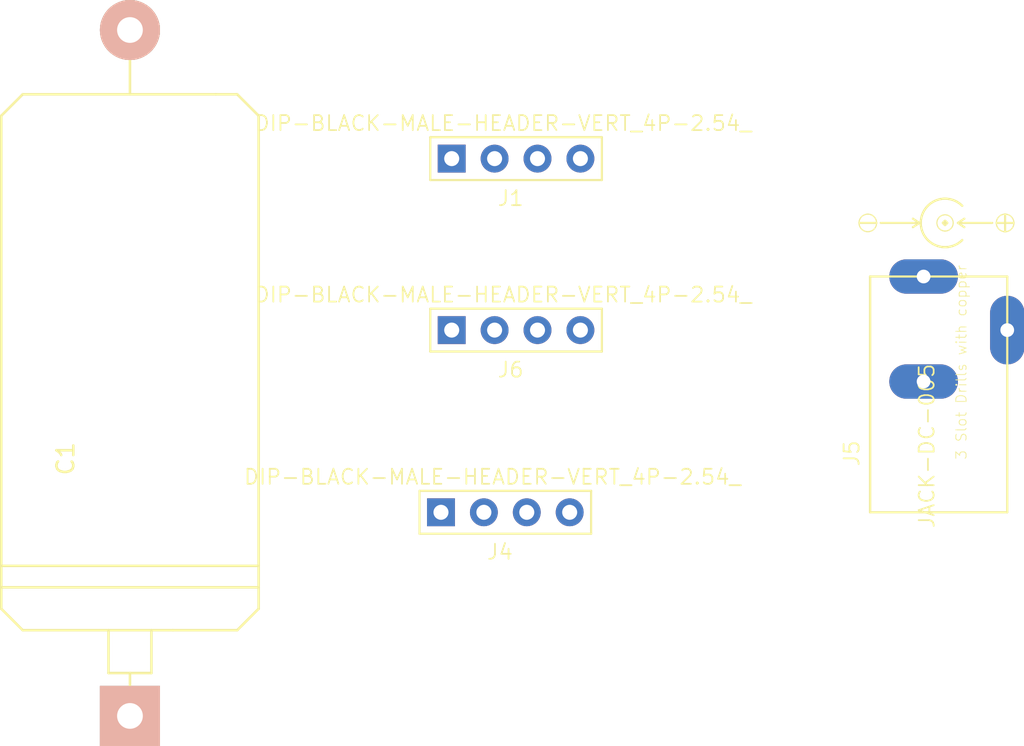
<source format=kicad_pcb>
(kicad_pcb (version 4) (host pcbnew 4.0.5+dfsg1-4)

  (general
    (links 4)
    (no_connects 4)
    (area 97.082 78.307166 177.0475 136.068833)
    (thickness 1.6)
    (drawings 0)
    (tracks 0)
    (zones 0)
    (modules 5)
    (nets 14)
  )

  (page A4)
  (layers
    (0 F.Cu signal)
    (31 B.Cu signal)
    (32 B.Adhes user)
    (33 F.Adhes user)
    (34 B.Paste user)
    (35 F.Paste user)
    (36 B.SilkS user)
    (37 F.SilkS user)
    (38 B.Mask user)
    (39 F.Mask user)
    (40 Dwgs.User user)
    (41 Cmts.User user)
    (42 Eco1.User user)
    (43 Eco2.User user)
    (44 Edge.Cuts user)
    (45 Margin user)
    (46 B.CrtYd user)
    (47 F.CrtYd user)
    (48 B.Fab user)
    (49 F.Fab user)
  )

  (setup
    (last_trace_width 0.25)
    (trace_clearance 0.2)
    (zone_clearance 0.508)
    (zone_45_only no)
    (trace_min 0.2)
    (segment_width 0.2)
    (edge_width 0.15)
    (via_size 0.6)
    (via_drill 0.4)
    (via_min_size 0.4)
    (via_min_drill 0.3)
    (uvia_size 0.3)
    (uvia_drill 0.1)
    (uvias_allowed no)
    (uvia_min_size 0.2)
    (uvia_min_drill 0.1)
    (pcb_text_width 0.3)
    (pcb_text_size 1.5 1.5)
    (mod_edge_width 0.15)
    (mod_text_size 1 1)
    (mod_text_width 0.15)
    (pad_size 1.524 1.524)
    (pad_drill 0.762)
    (pad_to_mask_clearance 0.2)
    (aux_axis_origin 0 0)
    (visible_elements FFFFFF7F)
    (pcbplotparams
      (layerselection 0x00030_80000001)
      (usegerberextensions false)
      (excludeedgelayer true)
      (linewidth 0.100000)
      (plotframeref false)
      (viasonmask false)
      (mode 1)
      (useauxorigin false)
      (hpglpennumber 1)
      (hpglpenspeed 20)
      (hpglpendiameter 15)
      (hpglpenoverlay 2)
      (psnegative false)
      (psa4output false)
      (plotreference true)
      (plotvalue true)
      (plotinvisibletext false)
      (padsonsilk false)
      (subtractmaskfromsilk false)
      (outputformat 1)
      (mirror false)
      (drillshape 1)
      (scaleselection 1)
      (outputdirectory ""))
  )

  (net 0 "")
  (net 1 "Net-(C1-Pad1)")
  (net 2 "Net-(C1-Pad2)")
  (net 3 "Net-(J1-Pad1)")
  (net 4 "Net-(J1-Pad2)")
  (net 5 "Net-(J1-Pad3)")
  (net 6 "Net-(J1-Pad4)")
  (net 7 "Net-(J4-Pad1)")
  (net 8 "Net-(J4-Pad2)")
  (net 9 "Net-(J4-Pad3)")
  (net 10 "Net-(J4-Pad4)")
  (net 11 "Net-(J5-Pad+)")
  (net 12 "Net-(J5-Pad-1)")
  (net 13 "Net-(J5-Pad-2)")

  (net_class Default "This is the default net class."
    (clearance 0.2)
    (trace_width 0.25)
    (via_dia 0.6)
    (via_drill 0.4)
    (uvia_dia 0.3)
    (uvia_drill 0.1)
    (add_net "Net-(C1-Pad1)")
    (add_net "Net-(C1-Pad2)")
    (add_net "Net-(J1-Pad1)")
    (add_net "Net-(J1-Pad2)")
    (add_net "Net-(J1-Pad3)")
    (add_net "Net-(J1-Pad4)")
    (add_net "Net-(J4-Pad1)")
    (add_net "Net-(J4-Pad2)")
    (add_net "Net-(J4-Pad3)")
    (add_net "Net-(J4-Pad4)")
    (add_net "Net-(J5-Pad+)")
    (add_net "Net-(J5-Pad-1)")
    (add_net "Net-(J5-Pad-2)")
  )

  (module Discret:CP16 (layer F.Cu) (tedit 0) (tstamp 5AABCC4E)
    (at 120.015 64.135 90)
    (descr "Condensateur polarise")
    (tags CP)
    (path /5AAB4BC5)
    (fp_text reference C1 (at -5.08 -3.81 90) (layer F.SilkS)
      (effects (font (size 1 1) (thickness 0.15)))
    )
    (fp_text value CP (at 3.81 2.54 90) (layer F.Fab)
      (effects (font (size 1 1) (thickness 0.15)))
    )
    (fp_line (start -15.24 2.54) (end -15.24 -6.35) (layer F.SilkS) (width 0.15))
    (fp_line (start 16.51 5.08) (end 16.51 -6.35) (layer F.SilkS) (width 0.15))
    (fp_line (start 16.51 -6.35) (end 15.24 -7.62) (layer F.SilkS) (width 0.15))
    (fp_line (start 15.24 -7.62) (end -13.97 -7.62) (layer F.SilkS) (width 0.15))
    (fp_line (start 16.51 5.08) (end 16.51 6.35) (layer F.SilkS) (width 0.15))
    (fp_line (start 16.51 6.35) (end 15.24 7.62) (layer F.SilkS) (width 0.15))
    (fp_line (start 15.24 7.62) (end -13.97 7.62) (layer F.SilkS) (width 0.15))
    (fp_line (start -13.97 7.62) (end -15.24 6.35) (layer F.SilkS) (width 0.15))
    (fp_line (start -15.24 6.35) (end -15.24 2.54) (layer F.SilkS) (width 0.15))
    (fp_line (start -17.78 0) (end -20.32 0) (layer F.SilkS) (width 0.15))
    (fp_line (start 20.32 0) (end 16.51 0) (layer F.SilkS) (width 0.15))
    (fp_line (start -12.7 7.62) (end -12.7 -7.62) (layer F.SilkS) (width 0.15))
    (fp_line (start -11.43 7.62) (end -11.43 -7.62) (layer F.SilkS) (width 0.15))
    (fp_line (start -15.24 -1.27) (end -17.78 -1.27) (layer F.SilkS) (width 0.15))
    (fp_line (start -17.78 -1.27) (end -17.78 1.27) (layer F.SilkS) (width 0.15))
    (fp_line (start -17.78 1.27) (end -15.24 1.27) (layer F.SilkS) (width 0.15))
    (fp_line (start -15.24 -6.35) (end -13.97 -7.62) (layer F.SilkS) (width 0.15))
    (pad 1 thru_hole rect (at -20.32 0 90) (size 3.556 3.556) (drill 1.524) (layers *.Cu *.SilkS *.Mask)
      (net 1 "Net-(C1-Pad1)"))
    (pad 2 thru_hole circle (at 20.32 0 90) (size 3.556 3.556) (drill 1.524) (layers *.Cu *.SilkS *.Mask)
      (net 2 "Net-(C1-Pad2)"))
    (model Discret.3dshapes/CP16.wrl
      (at (xyz 0 0 0))
      (scale (xyz 1.6 1.6 1.6))
      (rotate (xyz 0 0 0))
    )
  )

  (module SeeedOPL-Connector-2016:H4-2.54 (layer F.Cu) (tedit 200000) (tstamp 5AABCC56)
    (at 142.875 51.435 90)
    (path /5AAB3FE0)
    (attr virtual)
    (fp_text reference J1 (at -2.3495 -0.3175 180) (layer F.SilkS)
      (effects (font (size 0.889 0.889) (thickness 0.1016)))
    )
    (fp_text value DIP-BLACK-MALE-HEADER-VERT_4P-2.54_ (at 2.0955 -0.762 180) (layer F.SilkS)
      (effects (font (size 0.889 0.889) (thickness 0.1016)))
    )
    (fp_line (start -1.27 5.08) (end 1.27 5.08) (layer F.SilkS) (width 0.06604))
    (fp_line (start 1.27 5.08) (end 1.27 -5.08) (layer F.SilkS) (width 0.06604))
    (fp_line (start -1.27 -5.08) (end 1.27 -5.08) (layer F.SilkS) (width 0.06604))
    (fp_line (start -1.27 5.08) (end -1.27 -5.08) (layer F.SilkS) (width 0.06604))
    (fp_line (start -1.27 -5.08) (end 1.27 -5.08) (layer F.SilkS) (width 0.127))
    (fp_line (start 1.27 -5.08) (end 1.27 5.08) (layer F.SilkS) (width 0.127))
    (fp_line (start 1.27 5.08) (end -1.27 5.08) (layer F.SilkS) (width 0.127))
    (fp_line (start -1.27 5.08) (end -1.27 -5.08) (layer F.SilkS) (width 0.127))
    (fp_line (start -1.27 -5.08) (end 1.27 -5.08) (layer F.SilkS) (width 0))
    (fp_line (start 1.27 -5.08) (end 1.27 5.08) (layer F.SilkS) (width 0))
    (fp_line (start 1.27 5.08) (end -1.27 5.08) (layer F.SilkS) (width 0))
    (fp_line (start -1.27 5.08) (end -1.27 -5.08) (layer F.SilkS) (width 0))
    (pad 1 thru_hole rect (at 0 -3.81 90) (size 1.651 1.651) (drill 0.889) (layers *.Cu *.Paste *.Mask)
      (net 3 "Net-(J1-Pad1)"))
    (pad 2 thru_hole circle (at 0 -1.27 90) (size 1.651 1.651) (drill 0.889) (layers *.Cu *.Paste *.Mask)
      (net 4 "Net-(J1-Pad2)"))
    (pad 3 thru_hole circle (at 0 1.27 90) (size 1.651 1.651) (drill 0.889) (layers *.Cu *.Paste *.Mask)
      (net 5 "Net-(J1-Pad3)"))
    (pad 4 thru_hole circle (at 0 3.81 90) (size 1.651 1.651) (drill 0.889) (layers *.Cu *.Paste *.Mask)
      (net 6 "Net-(J1-Pad4)"))
  )

  (module SeeedOPL-Connector-2016:H4-2.54 (layer F.Cu) (tedit 200000) (tstamp 5AABCC6E)
    (at 142.24 72.39 90)
    (path /5AAB4893)
    (attr virtual)
    (fp_text reference J4 (at -2.3495 -0.3175 180) (layer F.SilkS)
      (effects (font (size 0.889 0.889) (thickness 0.1016)))
    )
    (fp_text value DIP-BLACK-MALE-HEADER-VERT_4P-2.54_ (at 2.0955 -0.762 180) (layer F.SilkS)
      (effects (font (size 0.889 0.889) (thickness 0.1016)))
    )
    (fp_line (start -1.27 5.08) (end 1.27 5.08) (layer F.SilkS) (width 0.06604))
    (fp_line (start 1.27 5.08) (end 1.27 -5.08) (layer F.SilkS) (width 0.06604))
    (fp_line (start -1.27 -5.08) (end 1.27 -5.08) (layer F.SilkS) (width 0.06604))
    (fp_line (start -1.27 5.08) (end -1.27 -5.08) (layer F.SilkS) (width 0.06604))
    (fp_line (start -1.27 -5.08) (end 1.27 -5.08) (layer F.SilkS) (width 0.127))
    (fp_line (start 1.27 -5.08) (end 1.27 5.08) (layer F.SilkS) (width 0.127))
    (fp_line (start 1.27 5.08) (end -1.27 5.08) (layer F.SilkS) (width 0.127))
    (fp_line (start -1.27 5.08) (end -1.27 -5.08) (layer F.SilkS) (width 0.127))
    (fp_line (start -1.27 -5.08) (end 1.27 -5.08) (layer F.SilkS) (width 0))
    (fp_line (start 1.27 -5.08) (end 1.27 5.08) (layer F.SilkS) (width 0))
    (fp_line (start 1.27 5.08) (end -1.27 5.08) (layer F.SilkS) (width 0))
    (fp_line (start -1.27 5.08) (end -1.27 -5.08) (layer F.SilkS) (width 0))
    (pad 1 thru_hole rect (at 0 -3.81 90) (size 1.651 1.651) (drill 0.889) (layers *.Cu *.Paste *.Mask)
      (net 7 "Net-(J4-Pad1)"))
    (pad 2 thru_hole circle (at 0 -1.27 90) (size 1.651 1.651) (drill 0.889) (layers *.Cu *.Paste *.Mask)
      (net 8 "Net-(J4-Pad2)"))
    (pad 3 thru_hole circle (at 0 1.27 90) (size 1.651 1.651) (drill 0.889) (layers *.Cu *.Paste *.Mask)
      (net 9 "Net-(J4-Pad3)"))
    (pad 4 thru_hole circle (at 0 3.81 90) (size 1.651 1.651) (drill 0.889) (layers *.Cu *.Paste *.Mask)
      (net 10 "Net-(J4-Pad4)"))
  )

  (module SeeedOPL-Connector-2016:3P-L14.2_W11.0_H9.0MM (layer F.Cu) (tedit 200000) (tstamp 5AABCC75)
    (at 167.005 61.595 90)
    (path /5AAB40C8)
    (attr virtual)
    (fp_text reference J5 (at -7.3025 -4.2545 90) (layer F.SilkS)
      (effects (font (size 0.889 0.889) (thickness 0.1016)))
    )
    (fp_text value JACK-DC-005 (at -6.858 0.1905 90) (layer F.SilkS)
      (effects (font (size 0.889 0.889) (thickness 0.1016)))
    )
    (fp_line (start -10.7696 4.93776) (end 3.16992 4.93776) (layer F.SilkS) (width 0.06604))
    (fp_line (start 3.16992 4.93776) (end 3.16992 -3.12928) (layer F.SilkS) (width 0.06604))
    (fp_line (start -10.7696 -3.12928) (end 3.16992 -3.12928) (layer F.SilkS) (width 0.06604))
    (fp_line (start -10.7696 4.93776) (end -10.7696 -3.12928) (layer F.SilkS) (width 0.06604))
    (fp_line (start -10.795 -3.175) (end 3.175 -3.175) (layer F.SilkS) (width 0.127))
    (fp_line (start 3.175 -3.175) (end 3.175 4.953) (layer F.SilkS) (width 0.127))
    (fp_line (start 3.175 4.953) (end -10.795 4.953) (layer F.SilkS) (width 0.127))
    (fp_line (start -10.795 4.953) (end -10.795 -3.175) (layer F.SilkS) (width 0.127))
    (fp_line (start -10.795 -3.175) (end 3.175 -3.175) (layer F.SilkS) (width 0))
    (fp_line (start 3.175 -3.175) (end 3.175 4.953) (layer F.SilkS) (width 0))
    (fp_line (start 3.175 4.953) (end -10.795 4.953) (layer F.SilkS) (width 0))
    (fp_line (start -10.795 4.953) (end -10.795 -3.175) (layer F.SilkS) (width 0))
    (fp_line (start 6.35 2.032) (end 6.35 4.064) (layer F.SilkS) (width 0.127))
    (fp_line (start 6.35 2.032) (end 6.604 2.413) (layer F.SilkS) (width 0.127))
    (fp_line (start 6.35 2.032) (end 6.096 2.413) (layer F.SilkS) (width 0.127))
    (fp_line (start 6.35 1.397) (end 6.35 1.143) (layer F.SilkS) (width 0.127))
    (fp_line (start 6.35 1.143) (end 6.223 1.27) (layer F.SilkS) (width 0.127))
    (fp_line (start 6.223 1.27) (end 6.35 1.397) (layer F.SilkS) (width 0.127))
    (fp_line (start 6.35 1.397) (end 6.477 1.27) (layer F.SilkS) (width 0.127))
    (fp_line (start 6.477 1.27) (end 6.35 1.143) (layer F.SilkS) (width 0.127))
    (fp_line (start 6.35 -0.254) (end 6.35 -2.54) (layer F.SilkS) (width 0.127))
    (fp_line (start 6.35 -0.254) (end 6.604 -0.635) (layer F.SilkS) (width 0.127))
    (fp_line (start 6.35 -0.254) (end 6.096 -0.635) (layer F.SilkS) (width 0.127))
    (fp_line (start 6.35 5.334) (end 6.35 4.318) (layer F.SilkS) (width 0.127))
    (fp_line (start 5.842 4.826) (end 6.858 4.826) (layer F.SilkS) (width 0.127))
    (fp_line (start 6.35 -2.794) (end 6.35 -3.81) (layer F.SilkS) (width 0.127))
    (fp_line (start 0 1.905) (end 0 0) (layer Dwgs.User) (width 0.127))
    (fp_line (start 0 0) (end -1.778 0) (layer Dwgs.User) (width 0.127))
    (fp_line (start -1.778 0) (end -1.27 -0.254) (layer Dwgs.User) (width 0.127))
    (fp_line (start -1.778 0) (end -1.27 0.254) (layer Dwgs.User) (width 0.127))
    (fp_line (start 0 0) (end 1.905 0) (layer Dwgs.User) (width 0.127))
    (fp_line (start 1.905 0) (end 1.397 -0.254) (layer Dwgs.User) (width 0.127))
    (fp_line (start 1.905 0) (end 1.397 0.254) (layer Dwgs.User) (width 0.127))
    (fp_line (start 0 2.667) (end 0 3.683) (layer Dwgs.User) (width 0.127))
    (fp_line (start 0 3.683) (end -0.254 3.175) (layer Dwgs.User) (width 0.127))
    (fp_line (start 0 3.683) (end 0.254 3.175) (layer Dwgs.User) (width 0.127))
    (fp_line (start -3.048 1.397) (end -3.1369 1.3843) (layer Dwgs.User) (width 0))
    (fp_line (start -3.1369 1.3843) (end -3.22326 1.35636) (layer Dwgs.User) (width 0))
    (fp_line (start -3.22326 1.35636) (end -3.29946 1.3081) (layer Dwgs.User) (width 0))
    (fp_line (start -3.29946 1.3081) (end -3.3655 1.24206) (layer Dwgs.User) (width 0))
    (fp_line (start -3.3655 1.24206) (end -3.41376 1.16586) (layer Dwgs.User) (width 0))
    (fp_line (start -3.41376 1.16586) (end -3.4417 1.0795) (layer Dwgs.User) (width 0))
    (fp_line (start -3.4417 1.0795) (end -3.4544 0.9906) (layer Dwgs.User) (width 0))
    (fp_line (start -3.4544 0.9906) (end -3.4544 -0.9906) (layer Dwgs.User) (width 0))
    (fp_line (start -3.4544 -0.9906) (end -3.4417 -1.0795) (layer Dwgs.User) (width 0))
    (fp_line (start -3.4417 -1.0795) (end -3.41376 -1.16586) (layer Dwgs.User) (width 0))
    (fp_line (start -3.41376 -1.16586) (end -3.3655 -1.24206) (layer Dwgs.User) (width 0))
    (fp_line (start -3.3655 -1.24206) (end -3.29946 -1.3081) (layer Dwgs.User) (width 0))
    (fp_line (start -3.29946 -1.3081) (end -3.22326 -1.35636) (layer Dwgs.User) (width 0))
    (fp_line (start -3.22326 -1.35636) (end -3.1369 -1.3843) (layer Dwgs.User) (width 0))
    (fp_line (start -3.1369 -1.3843) (end -3.048 -1.397) (layer Dwgs.User) (width 0))
    (fp_line (start -3.048 -1.397) (end -2.95656 -1.3843) (layer Dwgs.User) (width 0))
    (fp_line (start -2.95656 -1.3843) (end -2.8702 -1.35636) (layer Dwgs.User) (width 0))
    (fp_line (start -2.8702 -1.35636) (end -2.794 -1.3081) (layer Dwgs.User) (width 0))
    (fp_line (start -2.794 -1.3081) (end -2.72796 -1.24206) (layer Dwgs.User) (width 0))
    (fp_line (start -2.72796 -1.24206) (end -2.6797 -1.16586) (layer Dwgs.User) (width 0))
    (fp_line (start -2.6797 -1.16586) (end -2.65176 -1.0795) (layer Dwgs.User) (width 0))
    (fp_line (start -2.65176 -1.0795) (end -2.6416 -0.9906) (layer Dwgs.User) (width 0))
    (fp_line (start -2.6416 -0.9906) (end -2.6416 0.9906) (layer Dwgs.User) (width 0))
    (fp_line (start -2.6416 0.9906) (end -2.65176 1.0795) (layer Dwgs.User) (width 0))
    (fp_line (start -2.65176 1.0795) (end -2.6797 1.16586) (layer Dwgs.User) (width 0))
    (fp_line (start -2.6797 1.16586) (end -2.72796 1.24206) (layer Dwgs.User) (width 0))
    (fp_line (start -2.72796 1.24206) (end -2.794 1.3081) (layer Dwgs.User) (width 0))
    (fp_line (start -2.794 1.3081) (end -2.8702 1.35636) (layer Dwgs.User) (width 0))
    (fp_line (start -2.8702 1.35636) (end -2.95656 1.3843) (layer Dwgs.User) (width 0))
    (fp_line (start -2.95656 1.3843) (end -3.048 1.397) (layer Dwgs.User) (width 0))
    (fp_line (start 3.175 1.397) (end 3.08356 1.3843) (layer Dwgs.User) (width 0))
    (fp_line (start 3.08356 1.3843) (end 2.9972 1.35636) (layer Dwgs.User) (width 0))
    (fp_line (start 2.9972 1.35636) (end 2.921 1.3081) (layer Dwgs.User) (width 0))
    (fp_line (start 2.921 1.3081) (end 2.85496 1.24206) (layer Dwgs.User) (width 0))
    (fp_line (start 2.85496 1.24206) (end 2.8067 1.16586) (layer Dwgs.User) (width 0))
    (fp_line (start 2.8067 1.16586) (end 2.77876 1.0795) (layer Dwgs.User) (width 0))
    (fp_line (start 2.77876 1.0795) (end 2.7686 0.9906) (layer Dwgs.User) (width 0))
    (fp_line (start 2.7686 0.9906) (end 2.7686 -0.9906) (layer Dwgs.User) (width 0))
    (fp_line (start 2.7686 -0.9906) (end 2.77876 -1.0795) (layer Dwgs.User) (width 0))
    (fp_line (start 2.77876 -1.0795) (end 2.8067 -1.16586) (layer Dwgs.User) (width 0))
    (fp_line (start 2.8067 -1.16586) (end 2.85496 -1.24206) (layer Dwgs.User) (width 0))
    (fp_line (start 2.85496 -1.24206) (end 2.921 -1.3081) (layer Dwgs.User) (width 0))
    (fp_line (start 2.921 -1.3081) (end 2.9972 -1.35636) (layer Dwgs.User) (width 0))
    (fp_line (start 2.9972 -1.35636) (end 3.08356 -1.3843) (layer Dwgs.User) (width 0))
    (fp_line (start 3.08356 -1.3843) (end 3.175 -1.397) (layer Dwgs.User) (width 0))
    (fp_line (start 3.175 -1.397) (end 3.2639 -1.3843) (layer Dwgs.User) (width 0))
    (fp_line (start 3.2639 -1.3843) (end 3.35026 -1.35636) (layer Dwgs.User) (width 0))
    (fp_line (start 3.35026 -1.35636) (end 3.42646 -1.3081) (layer Dwgs.User) (width 0))
    (fp_line (start 3.42646 -1.3081) (end 3.4925 -1.24206) (layer Dwgs.User) (width 0))
    (fp_line (start 3.4925 -1.24206) (end 3.54076 -1.16586) (layer Dwgs.User) (width 0))
    (fp_line (start 3.54076 -1.16586) (end 3.5687 -1.0795) (layer Dwgs.User) (width 0))
    (fp_line (start 3.5687 -1.0795) (end 3.57886 -0.9906) (layer Dwgs.User) (width 0))
    (fp_line (start 3.57886 -0.9906) (end 3.57886 0.9906) (layer Dwgs.User) (width 0))
    (fp_line (start 3.57886 0.9906) (end 3.5687 1.0795) (layer Dwgs.User) (width 0))
    (fp_line (start 3.5687 1.0795) (end 3.54076 1.16586) (layer Dwgs.User) (width 0))
    (fp_line (start 3.54076 1.16586) (end 3.4925 1.24206) (layer Dwgs.User) (width 0))
    (fp_line (start 3.4925 1.24206) (end 3.42646 1.3081) (layer Dwgs.User) (width 0))
    (fp_line (start 3.42646 1.3081) (end 3.35026 1.35636) (layer Dwgs.User) (width 0))
    (fp_line (start 3.35026 1.35636) (end 3.2639 1.3843) (layer Dwgs.User) (width 0))
    (fp_line (start 3.2639 1.3843) (end 3.175 1.397) (layer Dwgs.User) (width 0))
    (fp_line (start 1.397 4.953) (end 1.3843 5.0419) (layer Dwgs.User) (width 0))
    (fp_line (start 1.3843 5.0419) (end 1.35636 5.12826) (layer Dwgs.User) (width 0))
    (fp_line (start 1.35636 5.12826) (end 1.3081 5.20446) (layer Dwgs.User) (width 0))
    (fp_line (start 1.3081 5.20446) (end 1.24206 5.2705) (layer Dwgs.User) (width 0))
    (fp_line (start 1.24206 5.2705) (end 1.16586 5.31876) (layer Dwgs.User) (width 0))
    (fp_line (start 1.16586 5.31876) (end 1.0795 5.3467) (layer Dwgs.User) (width 0))
    (fp_line (start 1.0795 5.3467) (end 0.9906 5.3594) (layer Dwgs.User) (width 0))
    (fp_line (start 0.9906 5.3594) (end -0.9906 5.3594) (layer Dwgs.User) (width 0))
    (fp_line (start -0.9906 5.3594) (end -1.0795 5.3467) (layer Dwgs.User) (width 0))
    (fp_line (start -1.0795 5.3467) (end -1.16586 5.31876) (layer Dwgs.User) (width 0))
    (fp_line (start -1.16586 5.31876) (end -1.24206 5.2705) (layer Dwgs.User) (width 0))
    (fp_line (start -1.24206 5.2705) (end -1.3081 5.20446) (layer Dwgs.User) (width 0))
    (fp_line (start -1.3081 5.20446) (end -1.35636 5.12826) (layer Dwgs.User) (width 0))
    (fp_line (start -1.35636 5.12826) (end -1.3843 5.0419) (layer Dwgs.User) (width 0))
    (fp_line (start -1.3843 5.0419) (end -1.397 4.953) (layer Dwgs.User) (width 0))
    (fp_line (start -1.397 4.953) (end -1.3843 4.86156) (layer Dwgs.User) (width 0))
    (fp_line (start -1.3843 4.86156) (end -1.35636 4.7752) (layer Dwgs.User) (width 0))
    (fp_line (start -1.35636 4.7752) (end -1.3081 4.699) (layer Dwgs.User) (width 0))
    (fp_line (start -1.3081 4.699) (end -1.24206 4.63296) (layer Dwgs.User) (width 0))
    (fp_line (start -1.24206 4.63296) (end -1.16586 4.5847) (layer Dwgs.User) (width 0))
    (fp_line (start -1.16586 4.5847) (end -1.0795 4.55676) (layer Dwgs.User) (width 0))
    (fp_line (start -1.0795 4.55676) (end -0.9906 4.5466) (layer Dwgs.User) (width 0))
    (fp_line (start -0.9906 4.5466) (end 0.9906 4.5466) (layer Dwgs.User) (width 0))
    (fp_line (start 0.9906 4.5466) (end 1.0795 4.55676) (layer Dwgs.User) (width 0))
    (fp_line (start 1.0795 4.55676) (end 1.16586 4.5847) (layer Dwgs.User) (width 0))
    (fp_line (start 1.16586 4.5847) (end 1.24206 4.63296) (layer Dwgs.User) (width 0))
    (fp_line (start 1.24206 4.63296) (end 1.3081 4.699) (layer Dwgs.User) (width 0))
    (fp_line (start 1.3081 4.699) (end 1.35636 4.7752) (layer Dwgs.User) (width 0))
    (fp_line (start 1.35636 4.7752) (end 1.3843 4.86156) (layer Dwgs.User) (width 0))
    (fp_line (start 1.3843 4.86156) (end 1.397 4.953) (layer Dwgs.User) (width 0))
    (fp_circle (center 6.35 1.27) (end 6.69036 1.61036) (layer F.SilkS) (width 0.0635))
    (fp_circle (center 6.35 1.27) (end 6.4389 1.3589) (layer F.SilkS) (width 0.0635))
    (fp_circle (center 6.35 4.826) (end 6.7183 5.1943) (layer F.SilkS) (width 0.0635))
    (fp_circle (center 6.35 -3.302) (end 6.7183 -3.6703) (layer F.SilkS) (width 0.0635))
    (fp_circle (center 6.35 1.27) (end 6.69036 1.61036) (layer F.SilkS) (width 0.0635))
    (fp_circle (center 6.35 1.27) (end 6.4389 1.3589) (layer F.SilkS) (width 0.0635))
    (fp_circle (center 6.35 4.826) (end 6.7183 5.1943) (layer F.SilkS) (width 0.0635))
    (fp_circle (center 6.35 -3.302) (end 6.7183 -3.6703) (layer F.SilkS) (width 0.0635))
    (fp_arc (start 6.35 1.27) (end 5.334 2.286) (angle 270) (layer F.SilkS) (width 0.127))
    (fp_arc (start 6.35 1.27) (end 5.334 2.286) (angle 270) (layer F.SilkS) (width 0.127))
    (fp_text user "3 Slot Drills with copper" (at -1.905 2.2352 90) (layer F.SilkS)
      (effects (font (size 0.6096 0.6096) (thickness 0.0508)))
    )
    (pad + thru_hole oval (at 3.175 0 270) (size 2.032 4.064) (drill 0.8128) (layers *.Cu *.Paste *.Mask)
      (net 11 "Net-(J5-Pad+)"))
    (pad -1 thru_hole oval (at -3.048 0 270) (size 2.032 4.064) (drill 0.8128) (layers *.Cu *.Paste *.Mask)
      (net 12 "Net-(J5-Pad-1)"))
    (pad -2 thru_hole oval (at 0 4.953) (size 2.032 4.064) (drill 0.8128) (layers *.Cu *.Paste *.Mask)
      (net 13 "Net-(J5-Pad-2)"))
  )

  (module SeeedOPL-Connector-2016:H4-2.54 (layer F.Cu) (tedit 200000) (tstamp 5AABCC7D)
    (at 142.875 61.595 90)
    (path /5AAB4269)
    (attr virtual)
    (fp_text reference J6 (at -2.3495 -0.3175 180) (layer F.SilkS)
      (effects (font (size 0.889 0.889) (thickness 0.1016)))
    )
    (fp_text value DIP-BLACK-MALE-HEADER-VERT_4P-2.54_ (at 2.0955 -0.762 180) (layer F.SilkS)
      (effects (font (size 0.889 0.889) (thickness 0.1016)))
    )
    (fp_line (start -1.27 5.08) (end 1.27 5.08) (layer F.SilkS) (width 0.06604))
    (fp_line (start 1.27 5.08) (end 1.27 -5.08) (layer F.SilkS) (width 0.06604))
    (fp_line (start -1.27 -5.08) (end 1.27 -5.08) (layer F.SilkS) (width 0.06604))
    (fp_line (start -1.27 5.08) (end -1.27 -5.08) (layer F.SilkS) (width 0.06604))
    (fp_line (start -1.27 -5.08) (end 1.27 -5.08) (layer F.SilkS) (width 0.127))
    (fp_line (start 1.27 -5.08) (end 1.27 5.08) (layer F.SilkS) (width 0.127))
    (fp_line (start 1.27 5.08) (end -1.27 5.08) (layer F.SilkS) (width 0.127))
    (fp_line (start -1.27 5.08) (end -1.27 -5.08) (layer F.SilkS) (width 0.127))
    (fp_line (start -1.27 -5.08) (end 1.27 -5.08) (layer F.SilkS) (width 0))
    (fp_line (start 1.27 -5.08) (end 1.27 5.08) (layer F.SilkS) (width 0))
    (fp_line (start 1.27 5.08) (end -1.27 5.08) (layer F.SilkS) (width 0))
    (fp_line (start -1.27 5.08) (end -1.27 -5.08) (layer F.SilkS) (width 0))
    (pad 1 thru_hole rect (at 0 -3.81 90) (size 1.651 1.651) (drill 0.889) (layers *.Cu *.Paste *.Mask)
      (net 3 "Net-(J1-Pad1)"))
    (pad 2 thru_hole circle (at 0 -1.27 90) (size 1.651 1.651) (drill 0.889) (layers *.Cu *.Paste *.Mask)
      (net 4 "Net-(J1-Pad2)"))
    (pad 3 thru_hole circle (at 0 1.27 90) (size 1.651 1.651) (drill 0.889) (layers *.Cu *.Paste *.Mask)
      (net 5 "Net-(J1-Pad3)"))
    (pad 4 thru_hole circle (at 0 3.81 90) (size 1.651 1.651) (drill 0.889) (layers *.Cu *.Paste *.Mask)
      (net 6 "Net-(J1-Pad4)"))
  )

)

</source>
